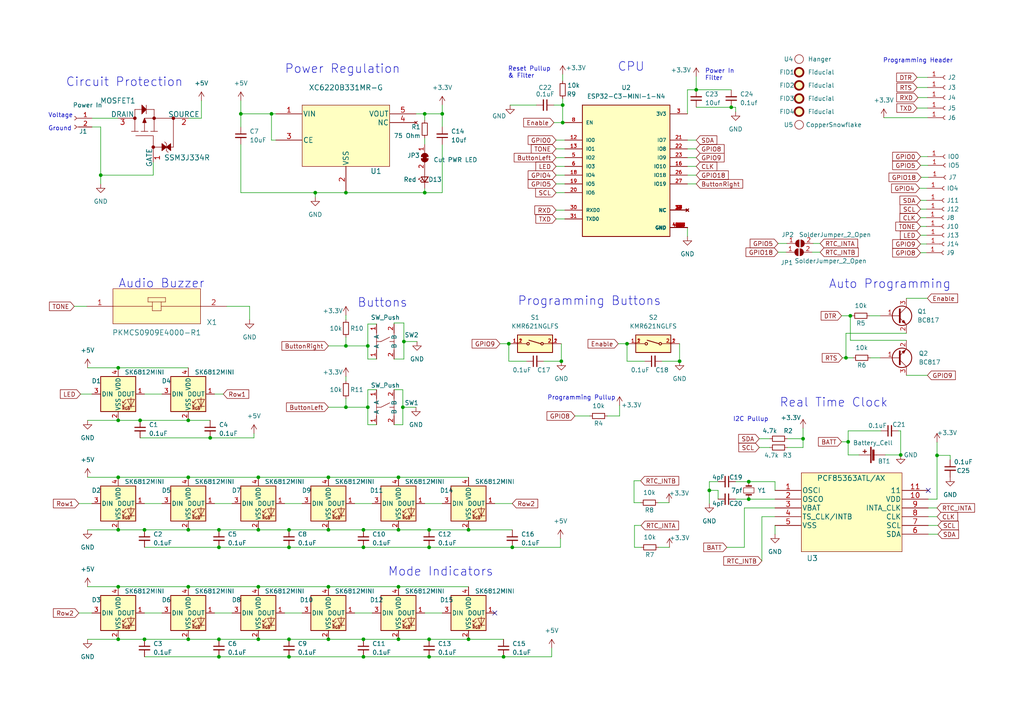
<source format=kicad_sch>
(kicad_sch (version 20211123) (generator eeschema)
  (paper "A4")
  (title_block (title "Christmas Countdown 2022") (date "2022-09-17") (rev "1.3") (company "Aaron Eiche"))
  (junction (at 40.64 121.92))
  (junction (at 205.74 142.24))
  (junction (at 54.61 170.18))
  (junction (at 105.41 153.67))
  (junction (at 95.25 153.67))
  (junction (at 246.634 91.5924))
  (junction (at 116.84 118.11))
  (junction (at 69.85 33.02))
  (junction (at 83.82 190.5))
  (junction (at 212.09 31.115))
  (junction (at 201.93 26.035))
  (junction (at 106.68 118.11))
  (junction (at 124.46 185.42))
  (junction (at 41.91 185.42))
  (junction (at 83.82 153.67))
  (junction (at 117.1448 99.06))
  (junction (at 105.41 190.5))
  (junction (at 63.5 190.5))
  (junction (at 106.68 100.33))
  (junction (at 148.59 158.75))
  (junction (at 163.195 30.48))
  (junction (at 245.364 103.7844))
  (junction (at 60.96 127))
  (junction (at 115.57 185.42))
  (junction (at 63.5 153.67))
  (junction (at 83.82 185.42))
  (junction (at 100.33 55.88))
  (junction (at 124.46 158.75))
  (junction (at 162.814 104.775))
  (junction (at 123.19 33.02))
  (junction (at 34.29 106.68))
  (junction (at 124.46 153.67))
  (junction (at 95.25 138.43))
  (junction (at 63.5 158.75))
  (junction (at 34.29 170.18))
  (junction (at 135.89 153.67))
  (junction (at 95.25 170.18))
  (junction (at 74.93 170.18))
  (junction (at 63.5 185.42))
  (junction (at 123.19 55.88))
  (junction (at 181.864 99.695))
  (junction (at 197.104 104.775))
  (junction (at 128.27 33.02))
  (junction (at 163.195 35.56))
  (junction (at 100.33 100.33))
  (junction (at 41.91 153.67))
  (junction (at 34.29 153.67))
  (junction (at 115.57 138.43))
  (junction (at 54.61 185.42))
  (junction (at 261.239 131.953))
  (junction (at 54.61 153.67))
  (junction (at 271.78 132.08))
  (junction (at 74.93 153.67))
  (junction (at 217.17 139.7))
  (junction (at 115.57 170.18))
  (junction (at 95.25 185.42))
  (junction (at 232.918 127.254))
  (junction (at 147.574 99.695))
  (junction (at 115.57 153.67))
  (junction (at 245.999 128.143))
  (junction (at 105.41 185.42))
  (junction (at 74.93 185.42))
  (junction (at 124.46 190.5))
  (junction (at 34.29 185.42))
  (junction (at 29.21 50.8))
  (junction (at 91.44 55.88))
  (junction (at 105.41 158.75))
  (junction (at 217.17 144.78))
  (junction (at 83.82 158.75))
  (junction (at 146.05 190.5))
  (junction (at 74.93 138.43))
  (junction (at 135.89 185.42))
  (junction (at 100.33 118.11))
  (junction (at 34.29 121.92))
  (junction (at 54.61 121.92))
  (junction (at 34.29 138.43))
  (junction (at 54.61 138.43))
  (junction (at 78.74 33.02))
  (no_connect (at 269.24 142.24))
  (no_connect (at 143.51 177.8))
  (wire (pts (xy 262.89 98.7044) (xy 246.634 98.7044)))
  (wire (pts (xy 161.29 45.72) (xy 163.83 45.72)))
  (wire (pts (xy 228.346 129.794) (xy 232.918 129.794)))
  (wire (pts (xy 78.74 33.02) (xy 78.74 40.64)))
  (wire (pts (xy 54.61 170.18) (xy 74.93 170.18)))
  (wire (pts (xy 114.3 93.98) (xy 114.3 93.6752)))
  (wire (pts (xy 266.7 54.61) (xy 268.7828 54.61)))
  (wire (pts (xy 80.01 40.64) (xy 78.74 40.64)))
  (wire (pts (xy 220.218 127.254) (xy 223.266 127.254)))
  (wire (pts (xy 256.794 131.953) (xy 261.239 131.953)))
  (wire (pts (xy 62.23 177.8) (xy 67.31 177.8)))
  (wire (pts (xy 160.02 190.5) (xy 160.02 187.96)))
  (wire (pts (xy 95.25 170.18) (xy 115.57 170.18)))
  (wire (pts (xy 201.93 26.035) (xy 212.09 26.035)))
  (wire (pts (xy 54.61 185.42) (xy 63.5 185.42)))
  (wire (pts (xy 128.27 41.91) (xy 128.27 55.88)))
  (wire (pts (xy 100.33 109.22) (xy 100.33 110.49)))
  (wire (pts (xy 102.87 177.8) (xy 107.95 177.8)))
  (wire (pts (xy 262.89 86.5124) (xy 268.986 86.5124)))
  (wire (pts (xy 166.751 120.65) (xy 171.069 120.65)))
  (wire (pts (xy 124.46 190.5) (xy 146.05 190.5)))
  (wire (pts (xy 54.61 34.29) (xy 58.42 34.29)))
  (wire (pts (xy 115.57 170.18) (xy 135.89 170.18)))
  (wire (pts (xy 160.655 30.48) (xy 163.195 30.48)))
  (wire (pts (xy 267.0048 47.9552) (xy 269.1384 47.9552)))
  (wire (pts (xy 123.19 40.005) (xy 123.19 41.91)))
  (wire (pts (xy 261.239 124.968) (xy 261.239 131.953)))
  (wire (pts (xy 115.57 138.43) (xy 135.89 138.43)))
  (wire (pts (xy 199.39 45.72) (xy 201.93 45.72)))
  (wire (pts (xy 106.68 118.11) (xy 106.68 123.19)))
  (wire (pts (xy 225.679 70.612) (xy 228.219 70.612)))
  (wire (pts (xy 123.19 55.88) (xy 128.27 55.88)))
  (wire (pts (xy 105.41 153.67) (xy 115.57 153.67)))
  (wire (pts (xy 245.364 96.6724) (xy 262.89 96.6724)))
  (wire (pts (xy 69.85 36.83) (xy 69.85 33.02)))
  (wire (pts (xy 147.574 104.775) (xy 152.654 104.775)))
  (wire (pts (xy 109.22 104.14) (xy 106.68 104.14)))
  (wire (pts (xy 225.679 73.152) (xy 227.965 73.152)))
  (wire (pts (xy 252.476 103.7844) (xy 255.27 103.7844)))
  (wire (pts (xy 269.24 144.78) (xy 271.78 144.78)))
  (wire (pts (xy 184.023 152.4) (xy 185.928 152.4)))
  (wire (pts (xy 146.05 190.5) (xy 160.02 190.5)))
  (wire (pts (xy 271.78 132.08) (xy 271.78 128.27)))
  (wire (pts (xy 246.634 98.7044) (xy 246.634 91.5924)))
  (wire (pts (xy 244.348 103.7844) (xy 245.364 103.7844)))
  (wire (pts (xy 115.57 185.42) (xy 124.46 185.42)))
  (wire (pts (xy 83.82 185.42) (xy 95.25 185.42)))
  (wire (pts (xy 25.4 185.42) (xy 34.29 185.42)))
  (wire (pts (xy 123.19 54.61) (xy 123.19 55.88)))
  (wire (pts (xy 116.84 113.03) (xy 114.3 113.03)))
  (wire (pts (xy 114.3 123.19) (xy 116.84 123.19)))
  (wire (pts (xy 267.0048 70.7644) (xy 268.732 70.7644)))
  (wire (pts (xy 135.89 153.67) (xy 148.59 153.67)))
  (wire (pts (xy 22.86 146.05) (xy 26.67 146.05)))
  (wire (pts (xy 54.61 153.67) (xy 63.5 153.67)))
  (wire (pts (xy 69.85 55.88) (xy 91.44 55.88)))
  (wire (pts (xy 191.008 158.75) (xy 194.183 158.75)))
  (wire (pts (xy 245.999 131.953) (xy 249.174 131.953)))
  (wire (pts (xy 69.85 29.21) (xy 69.85 33.02)))
  (wire (pts (xy 267.0048 68.2244) (xy 268.732 68.2244)))
  (wire (pts (xy 267.0048 63.1444) (xy 268.6304 63.1444)))
  (wire (pts (xy 34.29 153.67) (xy 41.91 153.67)))
  (wire (pts (xy 201.93 22.225) (xy 201.93 26.035)))
  (wire (pts (xy 163.195 35.56) (xy 163.83 35.56)))
  (wire (pts (xy 252.222 91.5924) (xy 255.27 91.5924)))
  (wire (pts (xy 41.91 185.42) (xy 54.61 185.42)))
  (wire (pts (xy 100.33 91.44) (xy 100.33 92.71)))
  (wire (pts (xy 106.68 104.14) (xy 106.68 100.33)))
  (wire (pts (xy 197.104 99.695) (xy 197.104 104.775)))
  (wire (pts (xy 78.74 33.02) (xy 80.01 33.02)))
  (wire (pts (xy 244.094 128.143) (xy 245.999 128.143)))
  (wire (pts (xy 271.78 144.78) (xy 271.78 132.08)))
  (wire (pts (xy 190.881 145.796) (xy 194.056 145.796)))
  (wire (pts (xy 41.91 177.8) (xy 46.99 177.8)))
  (wire (pts (xy 245.364 103.7844) (xy 245.364 96.6724)))
  (wire (pts (xy 128.27 30.48) (xy 128.27 33.02)))
  (wire (pts (xy 44.45 50.8) (xy 44.45 46.99)))
  (wire (pts (xy 208.28 139.7) (xy 205.74 139.7)))
  (wire (pts (xy 260.604 124.968) (xy 261.239 124.968)))
  (wire (pts (xy 145.034 99.695) (xy 147.574 99.695)))
  (wire (pts (xy 269.24 147.32) (xy 271.78 147.32)))
  (wire (pts (xy 117.1448 99.06) (xy 117.1448 104.14)))
  (wire (pts (xy 106.68 93.98) (xy 109.22 93.98)))
  (wire (pts (xy 40.64 121.92) (xy 54.61 121.92)))
  (wire (pts (xy 245.999 124.968) (xy 255.524 124.968)))
  (wire (pts (xy 161.29 48.26) (xy 163.83 48.26)))
  (wire (pts (xy 95.25 185.42) (xy 105.41 185.42)))
  (wire (pts (xy 224.79 152.4) (xy 224.79 154.94)))
  (wire (pts (xy 63.5 190.5) (xy 83.82 190.5)))
  (wire (pts (xy 213.36 144.78) (xy 217.17 144.78)))
  (wire (pts (xy 105.41 158.75) (xy 124.46 158.75)))
  (wire (pts (xy 124.46 158.75) (xy 148.59 158.75)))
  (wire (pts (xy 105.41 185.42) (xy 115.57 185.42)))
  (wire (pts (xy 224.79 142.24) (xy 224.79 139.7)))
  (wire (pts (xy 199.39 50.8) (xy 201.93 50.8)))
  (wire (pts (xy 205.74 142.24) (xy 205.74 146.05)))
  (wire (pts (xy 232.918 129.794) (xy 232.918 127.254)))
  (wire (pts (xy 41.91 146.05) (xy 46.99 146.05)))
  (wire (pts (xy 199.39 53.34) (xy 201.93 53.34)))
  (wire (pts (xy 41.91 158.75) (xy 63.5 158.75)))
  (wire (pts (xy 162.814 99.695) (xy 162.814 104.775)))
  (wire (pts (xy 205.74 142.24) (xy 208.28 142.24)))
  (wire (pts (xy 224.79 149.86) (xy 220.98 149.86)))
  (wire (pts (xy 105.41 190.5) (xy 124.46 190.5)))
  (wire (pts (xy 235.839 70.612) (xy 237.871 70.612)))
  (wire (pts (xy 114.3 104.14) (xy 117.1448 104.14)))
  (wire (pts (xy 102.87 146.05) (xy 107.95 146.05)))
  (wire (pts (xy 34.29 138.43) (xy 54.61 138.43)))
  (wire (pts (xy 181.864 99.695) (xy 181.864 104.775)))
  (wire (pts (xy 161.29 40.64) (xy 163.83 40.64)))
  (wire (pts (xy 271.78 132.08) (xy 275.59 132.08)))
  (wire (pts (xy 208.28 142.24) (xy 208.28 144.78)))
  (wire (pts (xy 199.39 26.035) (xy 199.39 33.02)))
  (wire (pts (xy 267.1572 51.435) (xy 269.24 51.435)))
  (wire (pts (xy 269.24 154.94) (xy 272.034 154.94)))
  (wire (pts (xy 267.0048 60.6552) (xy 268.732 60.6552)))
  (wire (pts (xy 74.93 185.42) (xy 83.82 185.42)))
  (wire (pts (xy 74.93 138.43) (xy 95.25 138.43)))
  (wire (pts (xy 245.999 131.953) (xy 245.999 128.143)))
  (wire (pts (xy 183.896 139.446) (xy 185.801 139.446)))
  (wire (pts (xy 72.39 88.8492) (xy 72.39 92.71)))
  (wire (pts (xy 41.91 114.3) (xy 46.99 114.3)))
  (wire (pts (xy 116.84 118.11) (xy 116.84 123.19)))
  (wire (pts (xy 245.999 128.143) (xy 245.999 124.968)))
  (wire (pts (xy 29.21 36.83) (xy 29.21 50.8)))
  (wire (pts (xy 106.68 123.19) (xy 109.22 123.19)))
  (wire (pts (xy 199.39 43.18) (xy 201.93 43.18)))
  (wire (pts (xy 220.218 129.794) (xy 223.266 129.794)))
  (wire (pts (xy 63.5 153.67) (xy 74.93 153.67)))
  (wire (pts (xy 246.634 91.5924) (xy 247.142 91.5924)))
  (wire (pts (xy 23.368 114.3) (xy 26.67 114.3)))
  (wire (pts (xy 163.195 28.575) (xy 163.195 30.48)))
  (wire (pts (xy 185.801 145.796) (xy 183.896 145.796)))
  (wire (pts (xy 29.21 50.8) (xy 29.21 53.34)))
  (wire (pts (xy 65.786 88.8492) (xy 72.39 88.8492)))
  (wire (pts (xy 205.74 139.7) (xy 205.74 142.24)))
  (wire (pts (xy 143.51 146.05) (xy 148.59 146.05)))
  (wire (pts (xy 82.55 177.8) (xy 87.63 177.8)))
  (wire (pts (xy 74.93 153.67) (xy 83.82 153.67)))
  (wire (pts (xy 34.29 121.92) (xy 40.64 121.92)))
  (wire (pts (xy 95.25 118.11) (xy 100.33 118.11)))
  (wire (pts (xy 117.1448 93.6752) (xy 117.1448 99.06)))
  (wire (pts (xy 123.19 33.02) (xy 128.27 33.02)))
  (wire (pts (xy 128.27 36.83) (xy 128.27 33.02)))
  (wire (pts (xy 262.89 108.8644) (xy 268.986 108.8644)))
  (wire (pts (xy 83.82 190.5) (xy 105.41 190.5)))
  (wire (pts (xy 213.36 139.7) (xy 217.17 139.7)))
  (wire (pts (xy 124.46 153.67) (xy 135.89 153.67)))
  (wire (pts (xy 123.19 146.05) (xy 128.27 146.05)))
  (wire (pts (xy 232.918 127.254) (xy 232.918 124.206)))
  (wire (pts (xy 117.1448 99.06) (xy 120.9548 99.06)))
  (wire (pts (xy 25.4 121.92) (xy 34.29 121.92)))
  (wire (pts (xy 217.17 144.78) (xy 224.79 144.78)))
  (wire (pts (xy 265.9888 25.3746) (xy 269.0368 25.3746)))
  (wire (pts (xy 199.39 40.64) (xy 201.93 40.64)))
  (wire (pts (xy 115.57 153.67) (xy 124.46 153.67)))
  (wire (pts (xy 54.61 121.92) (xy 60.96 121.92)))
  (wire (pts (xy 161.29 63.5) (xy 163.83 63.5)))
  (wire (pts (xy 267.0048 58.1152) (xy 268.732 58.1152)))
  (wire (pts (xy 179.324 99.695) (xy 181.864 99.695)))
  (wire (pts (xy 106.68 113.03) (xy 109.22 113.03)))
  (wire (pts (xy 106.68 118.11) (xy 106.68 113.03)))
  (wire (pts (xy 123.19 177.8) (xy 128.27 177.8)))
  (wire (pts (xy 41.91 153.67) (xy 54.61 153.67)))
  (wire (pts (xy 54.61 138.43) (xy 74.93 138.43)))
  (wire (pts (xy 181.864 104.775) (xy 186.944 104.775)))
  (wire (pts (xy 25.4 153.67) (xy 34.29 153.67)))
  (wire (pts (xy 269.24 152.4) (xy 272.034 152.4)))
  (wire (pts (xy 69.85 41.91) (xy 69.85 55.88)))
  (wire (pts (xy 228.346 127.254) (xy 232.918 127.254)))
  (wire (pts (xy 100.33 55.88) (xy 123.19 55.88)))
  (wire (pts (xy 95.25 100.33) (xy 100.33 100.33)))
  (wire (pts (xy 163.195 21.59) (xy 163.195 23.495)))
  (wire (pts (xy 100.33 97.79) (xy 100.33 100.33)))
  (wire (pts (xy 224.79 139.7) (xy 217.17 139.7)))
  (wire (pts (xy 95.25 138.43) (xy 115.57 138.43)))
  (wire (pts (xy 192.024 104.775) (xy 197.104 104.775)))
  (wire (pts (xy 199.39 48.26) (xy 201.93 48.26)))
  (wire (pts (xy 265.9888 31.3436) (xy 269.0368 31.3436)))
  (wire (pts (xy 267.0048 45.4152) (xy 269.0368 45.4152)))
  (wire (pts (xy 244.094 91.5924) (xy 246.634 91.5924)))
  (wire (pts (xy 256.3368 34.1376) (xy 269.0368 34.1376)))
  (wire (pts (xy 106.68 100.33) (xy 106.68 93.98)))
  (wire (pts (xy 40.64 127) (xy 60.96 127)))
  (wire (pts (xy 176.149 120.65) (xy 179.705 120.65)))
  (wire (pts (xy 184.023 158.75) (xy 184.023 152.4)))
  (wire (pts (xy 120.65 33.02) (xy 123.19 33.02)))
  (wire (pts (xy 235.585 73.152) (xy 237.871 73.152)))
  (wire (pts (xy 34.29 106.68) (xy 54.61 106.68)))
  (wire (pts (xy 83.82 153.67) (xy 95.25 153.67)))
  (wire (pts (xy 160.655 35.56) (xy 163.195 35.56)))
  (wire (pts (xy 265.9888 22.4536) (xy 269.0368 22.4536)))
  (wire (pts (xy 124.46 185.42) (xy 135.89 185.42)))
  (wire (pts (xy 163.195 30.48) (xy 163.195 35.56)))
  (wire (pts (xy 74.93 170.18) (xy 95.25 170.18)))
  (wire (pts (xy 266.2428 28.2956) (xy 269.0368 28.2956)))
  (wire (pts (xy 41.91 190.5) (xy 63.5 190.5)))
  (wire (pts (xy 91.44 55.88) (xy 100.33 55.88)))
  (wire (pts (xy 267.0048 65.6844) (xy 268.6812 65.6844)))
  (wire (pts (xy 83.82 158.75) (xy 105.41 158.75)))
  (wire (pts (xy 123.19 33.02) (xy 123.19 34.925)))
  (wire (pts (xy 69.85 33.02) (xy 78.74 33.02)))
  (wire (pts (xy 62.23 146.05) (xy 67.31 146.05)))
  (wire (pts (xy 147.955 30.48) (xy 155.575 30.48)))
  (wire (pts (xy 157.734 104.775) (xy 162.814 104.775)))
  (wire (pts (xy 100.33 100.33) (xy 106.68 100.33)))
  (wire (pts (xy 224.79 147.32) (xy 215.9 147.32)))
  (wire (pts (xy 210.82 158.75) (xy 215.9 158.75)))
  (wire (pts (xy 21.5392 88.8492) (xy 25.146 88.8492)))
  (wire (pts (xy 60.96 127) (xy 73.66 127)))
  (wire (pts (xy 161.29 53.34) (xy 163.83 53.34)))
  (wire (pts (xy 147.574 99.695) (xy 147.574 104.775)))
  (wire (pts (xy 201.93 31.115) (xy 212.09 31.115)))
  (wire (pts (xy 161.29 50.8) (xy 163.83 50.8)))
  (wire (pts (xy 22.86 177.8) (xy 26.67 177.8)))
  (wire (pts (xy 215.9 147.32) (xy 215.9 158.75)))
  (wire (pts (xy 245.364 103.7844) (xy 247.396 103.7844)))
  (wire (pts (xy 116.84 118.11) (xy 120.65 118.11)))
  (wire (pts (xy 100.33 118.11) (xy 106.68 118.11)))
  (wire (pts (xy 213.36 31.115) (xy 213.36 32.385)))
  (wire (pts (xy 58.42 29.21) (xy 58.42 34.29)))
  (wire (pts (xy 25.4 170.18) (xy 34.29 170.18)))
  (wire (pts (xy 135.89 185.42) (xy 146.05 185.42)))
  (wire (pts (xy 95.25 153.67) (xy 105.41 153.67)))
  (wire (pts (xy 161.29 55.88) (xy 163.83 55.88)))
  (wire (pts (xy 185.928 158.75) (xy 184.023 158.75)))
  (wire (pts (xy 183.896 145.796) (xy 183.896 139.446)))
  (wire (pts (xy 199.39 26.035) (xy 201.93 26.035)))
  (wire (pts (xy 116.84 113.03) (xy 116.84 118.11)))
  (wire (pts (xy 114.3 93.6752) (xy 117.1448 93.6752)))
  (wire (pts (xy 62.23 114.3) (xy 64.77 114.3)))
  (wire (pts (xy 26.67 34.29) (xy 34.29 34.29)))
  (wire (pts (xy 73.66 127) (xy 73.66 125.73)))
  (wire (pts (xy 91.44 55.88) (xy 91.44 57.15)))
  (wire (pts (xy 34.29 185.42) (xy 41.91 185.42)))
  (wire (pts (xy 25.4 138.43) (xy 34.29 138.43)))
  (wire (pts (xy 267.0048 73.3044) (xy 268.6304 73.3044)))
  (wire (pts (xy 63.5 158.75) (xy 83.82 158.75)))
  (wire (pts (xy 161.29 60.96) (xy 163.83 60.96)))
  (wire (pts (xy 179.705 120.65) (xy 179.705 117.602)))
  (wire (pts (xy 34.29 170.18) (xy 54.61 170.18)))
  (wire (pts (xy 100.33 118.11) (xy 100.33 115.57)))
  (wire (pts (xy 148.59 158.75) (xy 162.56 158.75)))
  (wire (pts (xy 269.24 149.86) (xy 271.78 149.86)))
  (wire (pts (xy 220.98 149.86) (xy 220.98 162.687)))
  (wire (pts (xy 161.29 43.18) (xy 163.83 43.18)))
  (wire (pts (xy 26.67 36.83) (xy 29.21 36.83)))
  (wire (pts (xy 25.4 106.68) (xy 34.29 106.68)))
  (wire (pts (xy 275.59 132.08) (xy 275.59 133.35)))
  (wire (pts (xy 162.56 158.75) (xy 162.56 156.21)))
  (wire (pts (xy 63.5 185.42) (xy 74.93 185.42)))
  (wire (pts (xy 212.09 31.115) (xy 213.36 31.115)))
  (wire (pts (xy 29.21 50.8) (xy 44.45 50.8)))
  (wire (pts (xy 199.39 66.04) (xy 199.39 68.58)))
  (wire (pts (xy 82.55 146.05) (xy 87.63 146.05)))
  (text "Auto Programming" (at 240.3348 83.9724 0) (effects (font (size 2.54 2.54)) (justify left bottom)))
  (text "Circuit Protection\n" (at 19.05 25.4 0) (effects (font (size 2.54 2.54)) (justify left bottom)))
  (text "Power Regulation" (at 82.55 21.59 0) (effects (font (size 2.54 2.54)) (justify left bottom)))
  (text "CPU" (at 179.07 20.955 0) (effects (font (size 2.54 2.54)) (justify left bottom)))
  (text "Programming Header" (at 256.0828 18.3896 0) (effects (font (size 1.27 1.27)) (justify left bottom)))
  (text "Real Time Clock" (at 226.06 118.364 0) (effects (font (size 2.54 2.54)) (justify left bottom)))
  (text "Programming Pullup" (at 158.75 116.205 0) (effects (font (size 1.27 1.27)) (justify left bottom)))
  (text "Mode Indicators" (at 112.4712 167.386 0) (effects (font (size 2.54 2.54)) (justify left bottom)))
  (text "Audio Buzzer" (at 34.29 83.82 0) (effects (font (size 2.54 2.54)) (justify left bottom)))
  (text "I2C Pullup" (at 212.598 122.428 0) (effects (font (size 1.27 1.27)) (justify left bottom)))
  (text "Buttons" (at 103.632 89.408 0) (effects (font (size 2.54 2.54)) (justify left bottom)))
  (text "Voltage" (at 13.97 34.29 0) (effects (font (size 1.27 1.27)) (justify left bottom)))
  (text "Power In \nFilter\n" (at 204.47 23.495 0) (effects (font (size 1.27 1.27)) (justify left bottom)))
  (text "Ground" (at 13.97 38.1 0) (effects (font (size 1.27 1.27)) (justify left bottom)))
  (text "Programming Buttons" (at 150.114 88.9 0) (effects (font (size 2.54 2.54)) (justify left bottom)))
  (text "Reset Pullup \n& Filter" (at 147.32 22.86 0) (effects (font (size 1.27 1.27)) (justify left bottom)))
  (global_label "RTC_INTB" (shape input) (at 220.98 162.687 180) (property "Intersheet References" "${INTERSHEET_REFS}" (effects hide)))
  (global_label "Row2" (shape input) (at 148.59 146.05 0) (property "Intersheet References" "${INTERSHEET_REFS}" (effects hide)))
  (global_label "SCL" (shape input) (at 220.218 129.794 180) (property "Intersheet References" "${INTERSHEET_REFS}" (effects hide)))
  (global_label "RTC_INTB" (shape input) (at 185.801 139.446 0) (property "Intersheet References" "${INTERSHEET_REFS}" (effects hide)))
  (global_label "SDA" (shape input) (at 267.0048 58.1152 180) (property "Intersheet References" "${INTERSHEET_REFS}" (effects hide)))
  (global_label "RXD" (shape input) (at 266.2428 28.2956 180) (property "Intersheet References" "${INTERSHEET_REFS}" (effects hide)))
  (global_label "GPIO4" (shape input) (at 266.7 54.61 180) (property "Intersheet References" "${INTERSHEET_REFS}" (effects hide)))
  (global_label "DTR" (shape input) (at 265.9888 22.4536 180) (property "Intersheet References" "${INTERSHEET_REFS}" (effects hide)))
  (global_label "Row1" (shape input) (at 64.77 114.3 0) (property "Intersheet References" "${INTERSHEET_REFS}" (effects hide)))
  (global_label "SCL" (shape input) (at 161.29 55.88 180) (property "Intersheet References" "${INTERSHEET_REFS}" (effects hide)))
  (global_label "SDA" (shape input) (at 201.93 40.64 0) (property "Intersheet References" "${INTERSHEET_REFS}" (effects hide)))
  (global_label "GPIO9" (shape input) (at 201.93 45.72 0) (property "Intersheet References" "${INTERSHEET_REFS}" (effects hide)))
  (global_label "SDA" (shape input) (at 272.034 154.94 0) (property "Intersheet References" "${INTERSHEET_REFS}" (effects hide)))
  (global_label "LED" (shape input) (at 23.368 114.3 180) (property "Intersheet References" "${INTERSHEET_REFS}" (effects hide)))
  (global_label "LED" (shape input) (at 161.29 48.26 180) (property "Intersheet References" "${INTERSHEET_REFS}" (effects hide)))
  (global_label "SCL" (shape input) (at 272.034 152.4 0) (property "Intersheet References" "${INTERSHEET_REFS}" (effects hide)))
  (global_label "RTS" (shape input) (at 244.348 103.7844 180) (property "Intersheet References" "${INTERSHEET_REFS}" (effects hide)))
  (global_label "GPIO9" (shape input) (at 145.034 99.695 180) (property "Intersheet References" "${INTERSHEET_REFS}" (effects hide)))
  (global_label "GPIO4" (shape input) (at 161.29 50.8 180) (property "Intersheet References" "${INTERSHEET_REFS}" (effects hide)))
  (global_label "ButtonLeft" (shape input) (at 161.29 45.72 180) (property "Intersheet References" "${INTERSHEET_REFS}" (effects hide)))
  (global_label "ButtonLeft" (shape input) (at 95.25 118.11 180) (property "Intersheet References" "${INTERSHEET_REFS}" (effects hide)))
  (global_label "GPIO18" (shape input) (at 201.93 50.8 0) (property "Intersheet References" "${INTERSHEET_REFS}" (effects hide)))
  (global_label "TONE" (shape input) (at 267.0048 65.6844 180) (property "Intersheet References" "${INTERSHEET_REFS}" (effects hide)))
  (global_label "TONE" (shape input) (at 21.5392 88.8492 180) (property "Intersheet References" "${INTERSHEET_REFS}" (effects hide)))
  (global_label "CLK" (shape input) (at 267.0048 63.1444 180) (property "Intersheet References" "${INTERSHEET_REFS}" (effects hide)))
  (global_label "ButtonRight" (shape input) (at 201.93 53.34 0) (property "Intersheet References" "${INTERSHEET_REFS}" (effects hide)))
  (global_label "GPIO18" (shape input) (at 225.679 73.152 180) (property "Intersheet References" "${INTERSHEET_REFS}" (effects hide)))
  (global_label "RXD" (shape input) (at 161.29 60.96 180) (property "Intersheet References" "${INTERSHEET_REFS}" (effects hide)))
  (global_label "Enable" (shape input) (at 268.986 86.5124 0) (property "Intersheet References" "${INTERSHEET_REFS}" (effects hide)))
  (global_label "BATT" (shape input) (at 244.094 128.143 180) (property "Intersheet References" "${INTERSHEET_REFS}" (effects hide)))
  (global_label "GPIO9" (shape input) (at 268.986 108.8644 0) (property "Intersheet References" "${INTERSHEET_REFS}" (effects hide)))
  (global_label "TXD" (shape input) (at 161.29 63.5 180) (property "Intersheet References" "${INTERSHEET_REFS}" (effects hide)))
  (global_label "DTR" (shape input) (at 244.094 91.5924 180) (property "Intersheet References" "${INTERSHEET_REFS}" (effects hide)))
  (global_label "CLK" (shape input) (at 271.78 149.86 0) (property "Intersheet References" "${INTERSHEET_REFS}" (effects hide)))
  (global_label "SCL" (shape input) (at 267.0048 60.6552 180) (property "Intersheet References" "${INTERSHEET_REFS}" (effects hide)))
  (global_label "GPIO8" (shape input) (at 267.0048 73.3044 180) (property "Intersheet References" "${INTERSHEET_REFS}" (effects hide)))
  (global_label "ButtonRight" (shape input) (at 95.25 100.33 180) (property "Intersheet References" "${INTERSHEET_REFS}" (effects hide)))
  (global_label "RTC_INTA" (shape input) (at 271.78 147.32 0) (property "Intersheet References" "${INTERSHEET_REFS}" (effects hide)))
  (global_label "RTC_INTA" (shape input) (at 237.871 70.612 0) (property "Intersheet References" "${INTERSHEET_REFS}" (effects hide)))
  (global_label "GPIO5" (shape input) (at 225.679 70.612 180) (property "Intersheet References" "${INTERSHEET_REFS}" (effects hide)))
  (global_label "GPIO8" (shape input) (at 166.751 120.65 180) (property "Intersheet References" "${INTERSHEET_REFS}" (effects hide)))
  (global_label "Enable" (shape input) (at 160.655 35.56 180) (property "Intersheet References" "${INTERSHEET_REFS}" (effects hide)))
  (global_label "SDA" (shape input) (at 220.218 127.254 180) (property "Intersheet References" "${INTERSHEET_REFS}" (effects hide)))
  (global_label "TONE" (shape input) (at 161.29 43.18 180) (property "Intersheet References" "${INTERSHEET_REFS}" (effects hide)))
  (global_label "Row2" (shape input) (at 22.86 177.8 180) (property "Intersheet References" "${INTERSHEET_REFS}" (effects hide)))
  (global_label "RTC_INTA" (shape input) (at 185.928 152.4 0) (property "Intersheet References" "${INTERSHEET_REFS}" (effects hide)))
  (global_label "GPIO9" (shape input) (at 267.0048 70.7644 180) (property "Intersheet References" "${INTERSHEET_REFS}" (effects hide)))
  (global_label "GPIO18" (shape input) (at 267.1572 51.435 180) (property "Intersheet References" "${INTERSHEET_REFS}" (effects hide)))
  (global_label "GPIO5" (shape input) (at 267.0048 47.9552 180) (property "Intersheet References" "${INTERSHEET_REFS}" (effects hide)))
  (global_label "Enable" (shape input) (at 179.324 99.695 180) (property "Intersheet References" "${INTERSHEET_REFS}" (effects hide)))
  (global_label "BATT" (shape input) (at 210.82 158.75 180) (property "Intersheet References" "${INTERSHEET_REFS}" (effects hide)))
  (global_label "GPIO8" (shape input) (at 201.93 43.18 0) (property "Intersheet References" "${INTERSHEET_REFS}" (effects hide)))
  (global_label "GPIO5" (shape input) (at 161.29 53.34 180) (property "Intersheet References" "${INTERSHEET_REFS}" (effects hide)))
  (global_label "Row1" (shape input) (at 22.86 146.05 180) (property "Intersheet References" "${INTERSHEET_REFS}" (effects hide)))
  (global_label "LED" (shape input) (at 267.0048 68.2244 180) (property "Intersheet References" "${INTERSHEET_REFS}" (effects hide)))
  (global_label "GPIO0" (shape input) (at 267.0048 45.4152 180) (property "Intersheet References" "${INTERSHEET_REFS}" (effects hide)))
  (global_label "RTS" (shape input) (at 265.9888 25.3746 180) (property "Intersheet References" "${INTERSHEET_REFS}" (effects hide)))
  (global_label "CLK" (shape input) (at 201.93 48.26 0) (property "Intersheet References" "${INTERSHEET_REFS}" (effects hide)))
  (global_label "TXD" (shape input) (at 265.9888 31.3436 180) (property "Intersheet References" "${INTERSHEET_REFS}" (effects hide)))
  (global_label "GPIO0" (shape input) (at 161.29 40.64 180) (property "Intersheet References" "${INTERSHEET_REFS}" (effects hide)))
  (global_label "RTC_INTB" (shape input) (at 237.871 73.152 0) (property "Intersheet References" "${INTERSHEET_REFS}" (effects hide)))
  (symbol (lib_id "LED:SK6812MINI") (at 54.61 177.8 0) (unit 1)
    (property "Reference" "D6" (at 48.26 173.99 0))
    (property "Value" "SK6812MINI" (at 62.23 171.45 0))
    (property "Footprint" "LED_SMD:LED_SK6812MINI_PLCC4_3.5x3.5mm_P1.75mm" (effects hide))
    (property "Datasheet" "https://cdn-shop.adafruit.com/product-files/2686/SK6812MINI_REV.01-1-2.pdf" (effects hide))
  )
  (symbol (lib_id "power:+3.3V") (at 201.93 22.225 0) (unit 1)
    (property "Reference" "#PWR022" (effects hide))
    (property "Value" "+3.3V" (at 197.485 20.32 0))
  )
  (symbol (lib_id "Connector:Conn_01x01_Female") (at 273.7104 63.1444 0) (unit 1) (in_bom no)
    (property "Reference" "J8" (at 274.4724 63.1444 0) (effects (justify left)))
    (property "Value" "CLK" (effects hide))
    (property "Footprint" "Connector_PinSocket_2.54mm:PinSocket_1x01_P2.54mm_Vertical" (effects hide))
  )
  (symbol (lib_id "power:+3.3V") (at 100.33 109.22 0) (unit 1)
    (property "Reference" "#PWR031" (effects hide))
    (property "Value" "+3.3V" (at 96.52 107.95 0))
  )
  (symbol (lib_id "Device:C_Small") (at 105.41 156.21 0) (unit 1)
    (property "Reference" "C10" (at 107.95 154.9462 0) (effects (justify left)))
    (property "Value" "0.1uF" (at 107.95 157.4862 0) (effects (justify left)))
    (property "Footprint" "Capacitor_SMD:C_0805_2012Metric" (effects hide))
  )
  (symbol (lib_id "LED:SK6812MINI") (at 95.25 146.05 0) (unit 1)
    (property "Reference" "D9" (at 88.9 142.24 0))
    (property "Value" "SK6812MINI" (at 102.87 139.7 0))
    (property "Footprint" "LED_SMD:LED_SK6812MINI_PLCC4_3.5x3.5mm_P1.75mm" (effects hide))
    (property "Datasheet" "https://cdn-shop.adafruit.com/product-files/2686/SK6812MINI_REV.01-1-2.pdf" (effects hide))
  )
  (symbol (lib_id "power:+5V") (at 160.02 187.96 0) (unit 1)
    (property "Reference" "#PWR015" (effects hide))
    (property "Value" "+5V" (at 160.02 182.88 0))
  )
  (symbol (lib_id "Device:Battery_Cell") (at 254.254 131.953 90) (unit 1)
    (property "Reference" "BT1" (at 256.4384 133.7818 90))
    (property "Value" "Battery_Cell" (at 253.1872 128.4478 90))
    (property "Footprint" "Battery:BatteryHolder_LINX_BAT-HLD-012-SMT" (effects hide))
  )
  (symbol (lib_id "Device:C_Small") (at 275.59 135.89 0) (unit 1)
    (property "Reference" "C25" (at 279.4 136.525 0))
    (property "Value" "0.1uF" (at 279.4 133.985 0))
    (property "Footprint" "Capacitor_SMD:C_0805_2012Metric" (effects hide))
  )
  (symbol (lib_id "power:GND") (at 120.65 118.11 0) (unit 1)
    (property "Reference" "#PWR028" (effects hide))
    (property "Value" "GND" (at 120.65 123.19 0))
  )
  (symbol (lib_id "Connector:Conn_01x01_Female") (at 273.812 68.2244 0) (unit 1) (in_bom no)
    (property "Reference" "J13" (at 274.574 68.2244 0) (effects (justify left)))
    (property "Value" "LED" (effects hide))
    (property "Footprint" "Connector_PinSocket_2.54mm:PinSocket_1x01_P2.54mm_Vertical" (effects hide))
  )
  (symbol (lib_id "LED:SK6812MINI") (at 74.93 177.8 0) (unit 1)
    (property "Reference" "D8" (at 68.58 173.99 0))
    (property "Value" "SK6812MINI" (at 82.55 171.45 0))
    (property "Footprint" "LED_SMD:LED_SK6812MINI_PLCC4_3.5x3.5mm_P1.75mm" (effects hide))
    (property "Datasheet" "https://cdn-shop.adafruit.com/product-files/2686/SK6812MINI_REV.01-1-2.pdf" (effects hide))
  )
  (symbol (lib_id "power:GND") (at 197.104 104.775 0) (unit 1)
    (property "Reference" "#PWR0103" (effects hide))
    (property "Value" "GND" (at 197.104 109.855 0))
  )
  (symbol (lib_id "power:GND") (at 91.44 57.15 0) (unit 1)
    (property "Reference" "#PWR011" (effects hide))
    (property "Value" "GND" (at 91.44 62.23 0))
  )
  (symbol (lib_id "Device:R_Small") (at 100.33 113.03 0) (unit 1)
    (property "Reference" "R11" (at 103.505 113.03 0))
    (property "Value" "10k" (at 97.409 113.03 0))
    (property "Footprint" "Resistor_SMD:R_0805_2012Metric" (effects hide))
  )
  (symbol (lib_id "Connector:Conn_01x01_Female") (at 274.1168 45.4152 0) (unit 1) (in_bom no)
    (property "Reference" "IO0" (at 274.8788 45.4152 0) (effects (justify left)))
    (property "Value" "IO0" (effects hide))
    (property "Footprint" "TestPoint:TestPoint_Pad_D2.0mm" (effects hide))
  )
  (symbol (lib_id "power:GND") (at 72.39 92.71 0) (unit 1)
    (property "Reference" "#PWR017" (effects hide))
    (property "Value" "GND" (at 72.39 97.79 0))
  )
  (symbol (lib_id "Connector:Conn_01x01_Female") (at 273.8628 54.61 0) (unit 1) (in_bom no)
    (property "Reference" "IO4" (at 274.6248 54.61 0) (effects (justify left)))
    (property "Value" "IO4" (effects hide))
    (property "Footprint" "TestPoint:TestPoint_Pad_D2.0mm" (effects hide))
  )
  (symbol (lib_id "power:+5V") (at 69.85 29.21 0) (unit 1)
    (property "Reference" "#PWR09" (effects hide))
    (property "Value" "+5V" (at 69.85 24.13 0))
  )
  (symbol (lib_id "power:+5V") (at 162.56 156.21 0) (unit 1)
    (property "Reference" "#PWR016" (effects hide))
    (property "Value" "+5V" (at 162.56 151.13 0))
  )
  (symbol (lib_id "ChristmasCountdownParts:XC6220B331MR-G") (at 100.33 38.1 0) (unit 1)
    (property "Reference" "U1" (at 109.0676 49.6316 0) (effects (font (size 1.524 1.524))))
    (property "Value" "XC6220B331MR-G" (at 100.33 25.4 0) (effects (font (size 1.524 1.524))))
    (property "Footprint" "ChristmasCountdownFootprints:XC6220B331MR-G" (effects hide))
    (property "Datasheet" "https://media.digikey.com/pdf/Data%20Sheets/Torex/XC6220.pdf" (effects hide))
  )
  (symbol (lib_id "Device:C_Small") (at 155.194 104.775 90) (unit 1)
    (property "Reference" "C17" (at 157.734 107.315 90))
    (property "Value" "0.1uF" (at 151.384 107.315 90))
    (property "Footprint" "Capacitor_SMD:C_0805_2012Metric" (effects hide))
  )
  (symbol (lib_id "Device:C_Small") (at 124.46 187.96 0) (unit 1)
    (property "Reference" "C13" (at 127 186.6962 0) (effects (justify left)))
    (property "Value" "0.1uF" (at 127 189.2362 0) (effects (justify left)))
    (property "Footprint" "Capacitor_SMD:C_0805_2012Metric" (effects hide))
  )
  (symbol (lib_id "Mechanical:Fiducial") (at 231.775 28.575 0) (unit 1) (in_bom no)
    (property "Reference" "FID3" (at 226.06 28.575 0) (effects (justify left)))
    (property "Value" "Fiducial" (at 234.315 28.575 0) (effects (justify left)))
    (property "Footprint" "Fiducial:Fiducial_0.5mm_Mask1mm" (effects hide))
  )
  (symbol (lib_id "Device:C_Small") (at 41.91 156.21 0) (unit 1)
    (property "Reference" "C2" (at 44.45 154.9462 0) (effects (justify left)))
    (property "Value" "0.1uF" (at 44.45 157.4862 0) (effects (justify left)))
    (property "Footprint" "Capacitor_SMD:C_0805_2012Metric" (effects hide))
  )
  (symbol (lib_id "Connector:Conn_01x01_Female") (at 274.2184 47.9552 0) (unit 1) (in_bom no)
    (property "Reference" "IO5" (at 274.9804 47.9552 0) (effects (justify left)))
    (property "Value" "IO5" (effects hide))
    (property "Footprint" "TestPoint:TestPoint_Pad_D2.0mm" (effects hide))
  )
  (symbol (lib_id "power:+3.3V") (at 179.705 117.602 0) (unit 1)
    (property "Reference" "#PWR019" (effects hide))
    (property "Value" "+3.3V" (at 183.134 117.475 0))
  )
  (symbol (lib_id "Device:C_Small") (at 124.46 156.21 0) (unit 1)
    (property "Reference" "C12" (at 127 154.9462 0) (effects (justify left)))
    (property "Value" "0.1uF" (at 127 157.4862 0) (effects (justify left)))
    (property "Footprint" "Capacitor_SMD:C_0805_2012Metric" (effects hide))
  )
  (symbol (lib_id "Mechanical:Fiducial") (at 231.775 32.385 0) (unit 1) (in_bom no)
    (property "Reference" "FID4" (at 226.06 32.385 0) (effects (justify left)))
    (property "Value" "Fiducial" (at 234.315 32.385 0) (effects (justify left)))
    (property "Footprint" "Fiducial:Fiducial_0.5mm_Mask1mm" (effects hide))
  )
  (symbol (lib_id "Device:C_Small") (at 40.64 124.46 0) (unit 1)
    (property "Reference" "C1" (at 43.18 123.1962 0) (effects (justify left)))
    (property "Value" "0.1uF" (at 43.18 125.7362 0) (effects (justify left)))
    (property "Footprint" "Capacitor_SMD:C_0805_2012Metric" (effects hide))
  )
  (symbol (lib_id "power:+3.3V") (at 271.78 128.27 0) (unit 1)
    (property "Reference" "#PWR025" (effects hide))
    (property "Value" "+3.3V" (at 274.6756 125.5268 0))
  )
  (symbol (lib_id "LED:SK6812MINI") (at 34.29 177.8 0) (unit 1)
    (property "Reference" "D3" (at 27.94 173.99 0))
    (property "Value" "SK6812MINI" (at 41.91 171.45 0))
    (property "Footprint" "LED_SMD:LED_SK6812MINI_PLCC4_3.5x3.5mm_P1.75mm" (effects hide))
    (property "Datasheet" "https://cdn-shop.adafruit.com/product-files/2686/SK6812MINI_REV.01-1-2.pdf" (effects hide))
  )
  (symbol (lib_id "Connector:Conn_01x01_Female") (at 274.1168 25.3746 0) (unit 1) (in_bom no)
    (property "Reference" "J3" (at 274.8788 25.3746 0) (effects (justify left)))
    (property "Value" "Conn_01x01_Female" (effects hide))
    (property "Footprint" "Connector_PinSocket_2.54mm:PinSocket_1x01_P2.54mm_Vertical" (effects hide))
  )
  (symbol (lib_id "Device:C_Small") (at 41.91 187.96 0) (unit 1)
    (property "Reference" "C3" (at 44.45 186.6962 0) (effects (justify left)))
    (property "Value" "0.1uF" (at 44.45 189.2362 0) (effects (justify left)))
    (property "Footprint" "Capacitor_SMD:C_0805_2012Metric" (effects hide))
  )
  (symbol (lib_id "Device:C_Small") (at 83.82 156.21 0) (unit 1)
    (property "Reference" "C8" (at 86.36 154.9462 0) (effects (justify left)))
    (property "Value" "0.1uF" (at 86.36 157.4862 0) (effects (justify left)))
    (property "Footprint" "Capacitor_SMD:C_0805_2012Metric" (effects hide))
  )
  (symbol (lib_id "power:+3.3V") (at 163.195 21.59 0) (unit 1)
    (property "Reference" "#PWR0102" (effects hide))
    (property "Value" "+3.3V" (at 167.005 19.685 0))
  )
  (symbol (lib_id "ChristmasCountdownParts:KMR621NGLFS") (at 155.194 99.695 0) (unit 1)
    (property "Reference" "S1" (at 155.194 92.075 0))
    (property "Value" "KMR621NGLFS" (at 155.194 94.615 0))
    (property "Footprint" "ChristmasCountdownFootprints:SW_KMR621NGLFS" (effects hide))
    (property "MAXIMUM_PACKAGE_HEIGHT" "1.9mm" (effects hide))
    (property "PARTREV" "N/A" (effects hide))
    (property "MANUFACTURER" "C&K SWITCHES" (effects hide))
    (property "STANDARD" "Manufacturer Recommendations" (effects hide))
  )
  (symbol (lib_id "Device:C_Small") (at 210.82 144.78 270) (unit 1)
    (property "Reference" "C20" (at 213.4362 146.05 90))
    (property "Value" "4pF" (at 208.3562 146.05 90))
    (property "Footprint" "Resistor_SMD:R_0805_2012Metric" (effects hide))
  )
  (symbol (lib_id "Jumper:SolderJumper_2_Open") (at 231.775 73.152 0) (unit 1) (in_bom no)
    (property "Reference" "JP1" (at 228.219 76.2 0))
    (property "Value" "SolderJumper_2_Open" (at 240.919 75.692 0))
    (property "Footprint" "Jumper:SolderJumper-2_P1.3mm_Open_RoundedPad1.0x1.5mm" (effects hide))
  )
  (symbol (lib_id "power:GND") (at 29.21 53.34 0) (unit 1)
    (property "Reference" "#PWR07" (effects hide))
    (property "Value" "GND" (at 29.21 58.42 0))
  )
  (symbol (lib_id "Connector:Conn_01x01_Female") (at 274.1168 22.4536 0) (unit 1) (in_bom no)
    (property "Reference" "J2" (at 274.8788 22.4536 0) (effects (justify left)))
    (property "Value" "Conn_01x01_Female" (effects hide))
    (property "Footprint" "Connector_PinSocket_2.54mm:PinSocket_1x01_P2.54mm_Vertical" (effects hide))
  )
  (symbol (lib_id "power:GND") (at 213.36 32.385 0) (unit 1)
    (property "Reference" "#PWR033" (effects hide))
    (property "Value" "GND" (at 213.36 37.465 0))
  )
  (symbol (lib_id "ChristmasCountdownParts:SSM3J334R") (at 36.83 44.45 90) (unit 1)
    (property "Reference" "MOSFET1" (at 39.37 29.21 90) (effects (font (size 1.524 1.524)) (justify left)))
    (property "Value" "SSM3J334R" (at 60.96 45.72 90) (effects (font (size 1.524 1.524)) (justify left)))
    (property "Footprint" "ChristmasCountdownFootprints:SSM3J334R" (effects hide))
  )
  (symbol (lib_id "LED:SK6812MINI") (at 135.89 146.05 0) (unit 1)
    (property "Reference" "D14" (at 129.54 142.24 0))
    (property "Value" "SK6812MINI" (at 143.51 139.7 0))
    (property "Footprint" "LED_SMD:LED_SK6812MINI_PLCC4_3.5x3.5mm_P1.75mm" (effects hide))
    (property "Datasheet" "https://cdn-shop.adafruit.com/product-files/2686/SK6812MINI_REV.01-1-2.pdf" (effects hide))
  )
  (symbol (lib_id "ChristmasCountdownParts:Hanger") (at 231.775 17.145 0) (unit 1) (in_bom no)
    (property "Reference" "U4" (at 227.33 17.145 0) (effects (justify left)))
    (property "Value" "Hanger" (at 234.315 17.145 0) (effects (justify left)))
    (property "Footprint" "ChristmasCountdownFootprints:Hanger" (effects hide))
    (property "Note" "This is a non-electrical part" (effects hide))
  )
  (symbol (lib_id "Connector:Conn_01x01_Female") (at 273.812 60.6552 0) (unit 1) (in_bom no)
    (property "Reference" "J12" (at 274.574 60.6552 0) (effects (justify left)))
    (property "Value" "SCL" (effects hide))
    (property "Footprint" "TestPoint:TestPoint_Pad_D2.0mm" (effects hide))
  )
  (symbol (lib_id "power:GND") (at 224.79 154.94 0) (unit 1)
    (property "Reference" "#PWR026" (effects hide))
    (property "Value" "GND" (at 224.79 160.02 0))
  )
  (symbol (lib_id "power:GND") (at 162.814 104.775 0) (unit 1)
    (property "Reference" "#PWR018" (effects hide))
    (property "Value" "GND" (at 162.814 109.855 0))
  )
  (symbol (lib_id "power:+5V") (at 25.4 138.43 0) (unit 1)
    (property "Reference" "#PWR03" (effects hide))
    (property "Value" "+5V" (at 25.4 133.35 0))
  )
  (symbol (lib_id "Device:C_Small") (at 158.115 30.48 270) (unit 1)
    (property "Reference" "C22" (at 158.115 25.4 90))
    (property "Value" "0.1uF" (at 158.115 27.305 90))
    (property "Footprint" "Capacitor_SMD:C_0805_2012Metric" (effects hide))
  )
  (symbol (lib_id "LED:SK6812MINI") (at 54.61 146.05 0) (unit 1)
    (property "Reference" "D5" (at 48.26 142.24 0))
    (property "Value" "SK6812MINI" (at 62.23 139.7 0))
    (property "Footprint" "LED_SMD:LED_SK6812MINI_PLCC4_3.5x3.5mm_P1.75mm" (effects hide))
    (property "Datasheet" "https://cdn-shop.adafruit.com/product-files/2686/SK6812MINI_REV.01-1-2.pdf" (effects hide))
  )
  (symbol (lib_id "Connector:Conn_01x02_Female") (at 21.59 34.29 0) (mirror y) (unit 1) (in_bom no)
    (property "Reference" "J1" (at 24.13 38.1 0))
    (property "Value" "Power In" (at 25.4 30.48 0))
    (property "Footprint" "ChristmasCountdownFootprints:Hand_solderable_1x2" (effects hide))
  )
  (symbol (lib_id "Device:C_Small") (at 63.5 156.21 0) (unit 1)
    (property "Reference" "C5" (at 66.04 154.9462 0) (effects (justify left)))
    (property "Value" "0.1uF" (at 66.04 157.4862 0) (effects (justify left)))
    (property "Footprint" "Capacitor_SMD:C_0805_2012Metric" (effects hide))
  )
  (symbol (lib_id "Transistor_BJT:BC817") (at 260.35 91.5924 0) (unit 1)
    (property "Reference" "Q1" (at 266.065 90.3223 0) (effects (justify left)))
    (property "Value" "BC817" (at 266.065 92.8623 0) (effects (justify left)))
    (property "Footprint" "Package_TO_SOT_SMD:SOT-23" (effects hide))
    (property "Datasheet" "https://www.mccsemi.com/pdf/Products/BC817-16~BC817-40(SOT-23).pdf" (effects hide))
  )
  (symbol (lib_id "Connector:Conn_01x01_Female") (at 274.32 51.435 0) (unit 1) (in_bom no)
    (property "Reference" "J7" (at 275.082 51.435 0) (effects (justify left)))
    (property "Value" "IO18" (effects hide))
    (property "Footprint" "TestPoint:TestPoint_Pad_D2.0mm" (effects hide))
  )
  (symbol (lib_id "power:+3.3V") (at 194.056 145.796 0) (unit 1)
    (property "Reference" "#PWR013" (effects hide))
    (property "Value" "+3.3V" (at 196.9516 143.0528 0))
  )
  (symbol (lib_id "Transistor_BJT:BC817") (at 260.35 103.7844 0) (mirror x) (unit 1)
    (property "Reference" "Q2" (at 266.446 102.5143 0) (effects (justify left)))
    (property "Value" "BC817" (at 266.446 105.0543 0) (effects (justify left)))
    (property "Footprint" "Package_TO_SOT_SMD:SOT-23" (effects hide))
    (property "Datasheet" "https://www.mccsemi.com/pdf/Products/BC817-16~BC817-40(SOT-23).pdf" (effects hide))
  )
  (symbol (lib_id "LED:SK6812MINI") (at 115.57 146.05 0) (unit 1)
    (property "Reference" "D11" (at 109.22 142.24 0))
    (property "Value" "SK6812MINI" (at 123.19 139.7 0))
    (property "Footprint" "LED_SMD:LED_SK6812MINI_PLCC4_3.5x3.5mm_P1.75mm" (effects hide))
    (property "Datasheet" "https://cdn-shop.adafruit.com/product-files/2686/SK6812MINI_REV.01-1-2.pdf" (effects hide))
  )
  (symbol (lib_id "Device:C_Small") (at 105.41 187.96 0) (unit 1)
    (property "Reference" "C11" (at 107.95 186.6962 0) (effects (justify left)))
    (property "Value" "0.1uF" (at 107.95 189.2362 0) (effects (justify left)))
    (property "Footprint" "Capacitor_SMD:C_0805_2012Metric" (effects hide))
  )
  (symbol (lib_id "power:+3.3V") (at 100.33 91.44 0) (unit 1)
    (property "Reference" "#PWR024" (effects hide))
    (property "Value" "+3.3V" (at 96.52 90.17 0))
  )
  (symbol (lib_id "Jumper:SolderJumper_2_Open") (at 232.029 70.612 0) (unit 1) (in_bom no)
    (property "Reference" "JP2" (at 228.473 68.072 0))
    (property "Value" "SolderJumper_2_Open" (at 242.189 68.072 0))
    (property "Footprint" "Jumper:SolderJumper-2_P1.3mm_Open_RoundedPad1.0x1.5mm" (effects hide))
  )
  (symbol (lib_id "Device:C_Small") (at 201.93 28.575 180) (unit 1)
    (property "Reference" "C23" (at 204.47 27.305 0) (effects (justify right)))
    (property "Value" "10uf" (at 204.47 29.845 0) (effects (justify right)))
    (property "Footprint" "Capacitor_SMD:C_0805_2012Metric" (effects hide))
  )
  (symbol (lib_id "Connector:Conn_01x01_Female") (at 274.1168 28.2956 0) (unit 1) (in_bom no)
    (property "Reference" "J4" (at 274.8788 28.2956 0) (effects (justify left)))
    (property "Value" "Conn_01x01_Female" (effects hide))
    (property "Footprint" "Connector_PinSocket_2.54mm:PinSocket_1x01_P2.54mm_Vertical" (effects hide))
  )
  (symbol (lib_id "power:+5V") (at 25.4 106.68 0) (unit 1)
    (property "Reference" "#PWR01" (effects hide))
    (property "Value" "+5V" (at 25.4 101.6 0))
  )
  (symbol (lib_id "power:+3.3V") (at 256.3368 34.1376 0) (unit 1)
    (property "Reference" "#PWR027" (effects hide))
    (property "Value" "+3.3V" (at 256.3368 29.0576 0))
  )
  (symbol (lib_id "ChristmasCountdownParts:CopperSnowflake") (at 231.775 36.195 0) (unit 1) (in_bom no)
    (property "Reference" "U5" (at 227.33 36.195 0) (effects (justify left)))
    (property "Value" "CopperSnowflake" (at 233.68 36.195 0) (effects (justify left)))
    (property "Footprint" "ChristmasCountdownFootprints:CopperSnowflakeGraphic" (effects hide))
  )
  (symbol (lib_id "power:+5V") (at 73.66 125.73 0) (unit 1)
    (property "Reference" "#PWR010" (effects hide))
    (property "Value" "+5V" (at 73.66 120.65 0))
  )
  (symbol (lib_id "LED:SK6812MINI") (at 34.29 146.05 0) (unit 1)
    (property "Reference" "D2" (at 27.94 142.24 0))
    (property "Value" "SK6812MINI" (at 41.91 139.7 0))
    (property "Footprint" "LED_SMD:LED_SK6812MINI_PLCC4_3.5x3.5mm_P1.75mm" (effects hide))
    (property "Datasheet" "https://cdn-shop.adafruit.com/product-files/2686/SK6812MINI_REV.01-1-2.pdf" (effects hide))
  )
  (symbol (lib_id "power:GND") (at 205.74 146.05 0) (unit 1)
    (property "Reference" "#PWR023" (effects hide))
    (property "Value" "GND" (at 205.74 151.13 0))
  )
  (symbol (lib_id "Device:C_Small") (at 83.82 187.96 0) (unit 1)
    (property "Reference" "C9" (at 86.36 186.6962 0) (effects (justify left)))
    (property "Value" "0.1uF" (at 86.36 189.2362 0) (effects (justify left)))
    (property "Footprint" "Capacitor_SMD:C_0805_2012Metric" (effects hide))
  )
  (symbol (lib_id "Device:C_Small") (at 189.484 104.775 90) (unit 1)
    (property "Reference" "C18" (at 192.024 107.315 90))
    (property "Value" "0.1uF" (at 185.674 107.315 90))
    (property "Footprint" "Capacitor_SMD:C_0805_2012Metric" (effects hide))
  )
  (symbol (lib_id "ChristmasCountdownParts:ESP32-C3-MINI-1-N4") (at 181.61 48.26 0) (unit 1)
    (property "Reference" "U2" (at 181.61 25.4 0))
    (property "Value" "ESP32-C3-MINI-1-N4" (at 181.61 27.94 0))
    (property "Footprint" "ChristmasCountdownFootprints:XCVR_ESP32-C3-MINI-1-N4" (effects hide))
    (property "PARTREV" "v1.0" (effects hide))
    (property "MANUFACTURER" "Espressif Systems" (effects hide))
    (property "MAXIMUM_PACKAGE_HEIGHT" "2.55mm" (effects hide))
    (property "STANDARD" "Manufacturer Recommendations" (effects hide))
    (property "MFG_Part_number" "ESP32­C3­MINI­1" (effects hide))
  )
  (symbol (lib_id "Device:C_Small") (at 63.5 187.96 0) (unit 1)
    (property "Reference" "C6" (at 66.04 186.6962 0) (effects (justify left)))
    (property "Value" "0.1uF" (at 66.04 189.2362 0) (effects (justify left)))
    (property "Footprint" "Capacitor_SMD:C_0805_2012Metric" (effects hide))
  )
  (symbol (lib_id "power:+3.3V") (at 232.918 124.206 0) (unit 1)
    (property "Reference" "#PWR020" (effects hide))
    (property "Value" "+3.3V" (at 229.362 121.158 0))
  )
  (symbol (lib_id "LED:SK6812MINI") (at 74.93 146.05 0) (unit 1)
    (property "Reference" "D7" (at 68.58 142.24 0))
    (property "Value" "SK6812MINI" (at 82.55 139.7 0))
    (property "Footprint" "LED_SMD:LED_SK6812MINI_PLCC4_3.5x3.5mm_P1.75mm" (effects hide))
    (property "Datasheet" "https://cdn-shop.adafruit.com/product-files/2686/SK6812MINI_REV.01-1-2.pdf" (effects hide))
  )
  (symbol (lib_id "Device:R_Small") (at 225.806 129.794 270) (unit 1)
    (property "Reference" "R3" (at 228.346 132.08 90))
    (property "Value" "4.7k" (at 223.774 132.08 90))
    (property "Footprint" "Resistor_SMD:R_0805_2012Metric" (effects hide))
  )
  (symbol (lib_id "Device:R_Small") (at 249.936 103.7844 270) (unit 1)
    (property "Reference" "R6" (at 249.936 105.9434 90))
    (property "Value" "10k" (at 249.936 100.8634 90))
    (property "Footprint" "Resistor_SMD:R_0805_2012Metric" (effects hide))
  )
  (symbol (lib_id "power:GND") (at 261.239 131.953 0) (unit 1)
    (property "Reference" "#PWR029" (effects hide))
    (property "Value" "GND" (at 264.16 131.953 0))
  )
  (symbol (lib_id "Device:C_Small") (at 128.27 39.37 180) (unit 1)
    (property "Reference" "C14" (at 130.81 38.0935 0) (effects (justify right)))
    (property "Value" "10uf" (at 130.81 40.6335 0) (effects (justify right)))
    (property "Footprint" "Capacitor_SMD:C_0805_2012Metric" (effects hide))
  )
  (symbol (lib_id "Jumper:SolderJumper_2_Bridged") (at 123.19 45.72 270) (unit 1)
    (property "Reference" "JP3" (at 118.11 45.085 90) (effects (justify left)))
    (property "Value" "Cut PWR LED" (at 125.73 46.355 90) (effects (justify left)))
    (property "Footprint" "Jumper:SolderJumper-2_P1.3mm_Bridged_RoundedPad1.0x1.5mm" (effects hide))
  )
  (symbol (lib_id "Mechanical:Fiducial") (at 231.775 20.955 0) (unit 1) (in_bom no)
    (property "Reference" "FID1" (at 226.06 20.955 0) (effects (justify left)))
    (property "Value" "Fiducial" (at 234.315 20.955 0) (effects (justify left)))
    (property "Footprint" "Fiducial:Fiducial_0.5mm_Mask1mm" (effects hide))
  )
  (symbol (lib_id "Connector:Conn_01x01_Female") (at 273.7104 73.3044 0) (unit 1) (in_bom no)
    (property "Reference" "J9" (at 274.4724 73.3044 0) (effects (justify left)))
    (property "Value" "IO8" (effects hide))
    (property "Footprint" "TestPoint:TestPoint_Pad_D2.0mm" (effects hide))
  )
  (symbol (lib_id "Device:R_Small") (at 188.468 158.75 270) (unit 1)
    (property "Reference" "R7" (at 188.468 160.909 90))
    (property "Value" "10k" (at 188.468 155.829 90))
    (property "Footprint" "Resistor_SMD:R_0805_2012Metric" (effects hide))
  )
  (symbol (lib_id "Device:C_Small") (at 69.85 39.37 0) (unit 1)
    (property "Reference" "C7" (at 72.39 38.1 0) (effects (justify left)))
    (property "Value" "10uF" (at 72.39 40.64 0) (effects (justify left)))
    (property "Footprint" "Capacitor_SMD:C_0805_2012Metric" (effects hide))
  )
  (symbol (lib_id "LED:SK6812MINI") (at 34.29 114.3 0) (unit 1)
    (property "Reference" "D1" (at 27.94 110.49 0))
    (property "Value" "SK6812MINI" (at 41.91 107.95 0))
    (property "Footprint" "LED_SMD:LED_SK6812MINI_PLCC4_3.5x3.5mm_P1.75mm" (effects hide))
    (property "Datasheet" "https://cdn-shop.adafruit.com/product-files/2686/SK6812MINI_REV.01-1-2.pdf" (effects hide))
  )
  (symbol (lib_id "Device:C_Small") (at 148.59 156.21 0) (unit 1)
    (property "Reference" "C16" (at 151.13 154.9462 0) (effects (justify left)))
    (property "Value" "0.1uF" (at 151.13 157.4862 0) (effects (justify left)))
    (property "Footprint" "Capacitor_SMD:C_0805_2012Metric" (effects hide))
  )
  (symbol (lib_id "power:GND") (at 25.4 185.42 0) (unit 1)
    (property "Reference" "#PWR06" (effects hide))
    (property "Value" "GND" (at 25.4 190.5 0))
  )
  (symbol (lib_id "power:+5V") (at 25.4 170.18 0) (unit 1)
    (property "Reference" "#PWR05" (effects hide))
    (property "Value" "+5V" (at 25.4 165.1 0))
  )
  (symbol (lib_id "Connector:Conn_01x01_Female") (at 273.812 70.7644 0) (unit 1) (in_bom no)
    (property "Reference" "J14" (at 274.574 70.7644 0) (effects (justify left)))
    (property "Value" "IO9" (effects hide))
    (property "Footprint" "TestPoint:TestPoint_Pad_D2.0mm" (effects hide))
  )
  (symbol (lib_id "Device:R_Small") (at 123.19 37.465 0) (unit 1)
    (property "Reference" "R1" (at 120.65 36.83 0))
    (property "Value" "75 Ohm" (at 118.11 39.37 0))
    (property "Footprint" "Resistor_SMD:R_0805_2012Metric" (effects hide))
  )
  (symbol (lib_id "ChristmasCountdownParts:EVQQ2") (at 111.76 99.06 270) (unit 1)
    (property "Reference" "SW2" (at 119.38 97.155 90))
    (property "Value" "SW_Push" (at 111.76 92.075 90))
    (property "Footprint" "ChristmasCountdownFootprints:EVQQ2B03W" (effects hide))
    (property "MFG_Part_number" " EVQ-Q2F02W" (effects hide))
  )
  (symbol (lib_id "Device:R_Small") (at 188.341 145.796 270) (unit 1)
    (property "Reference" "R8" (at 188.341 147.955 90))
    (property "Value" "10k" (at 188.341 142.875 90))
    (property "Footprint" "Resistor_SMD:R_0805_2012Metric" (effects hide))
  )
  (symbol (lib_id "Device:R_Small") (at 173.609 120.65 270) (unit 1)
    (property "Reference" "R4" (at 173.609 122.809 90))
    (property "Value" "10k" (at 173.609 117.729 90))
    (property "Footprint" "Resistor_SMD:R_0805_2012Metric" (effects hide))
  )
  (symbol (lib_id "Device:LED_Small") (at 123.19 52.07 90) (unit 1)
    (property "Reference" "D13" (at 126.1872 52.07 90))
    (property "Value" "Red" (at 118.9228 52.07 90))
    (property "Footprint" "LED_SMD:LED_0805_2012Metric" (effects hide))
    (property "Datasheet" "https://www.we-online.com/katalog/datasheet/150080SS75000.pdf" (effects hide))
  )
  (symbol (lib_id "Connector:Conn_01x01_Female") (at 273.7612 65.6844 0) (unit 1) (in_bom no)
    (property "Reference" "J10" (at 274.5232 65.6844 0) (effects (justify left)))
    (property "Value" "TONE" (effects hide))
    (property "Footprint" "Connector_PinSocket_2.54mm:PinSocket_1x01_P2.54mm_Vertical" (effects hide))
  )
  (symbol (lib_id "power:GND") (at 25.4 121.92 0) (unit 1)
    (property "Reference" "#PWR02" (effects hide))
    (property "Value" "GND" (at 25.4 127 0))
  )
  (symbol (lib_id "Device:C_Small") (at 60.96 124.46 0) (unit 1)
    (property "Reference" "C4" (at 63.5 123.1962 0) (effects (justify left)))
    (property "Value" "0.1uF" (at 63.5 125.7362 0) (effects (justify left)))
    (property "Footprint" "Capacitor_SMD:C_0805_2012Metric" (effects hide))
  )
  (symbol (lib_id "LED:SK6812MINI") (at 115.57 177.8 0) (unit 1)
    (property "Reference" "D12" (at 109.22 173.99 0))
    (property "Value" "SK6812MINI" (at 123.19 171.45 0))
    (property "Footprint" "LED_SMD:LED_SK6812MINI_PLCC4_3.5x3.5mm_P1.75mm" (effects hide))
    (property "Datasheet" "https://cdn-shop.adafruit.com/product-files/2686/SK6812MINI_REV.01-1-2.pdf" (effects hide))
  )
  (symbol (lib_id "LED:SK6812MINI") (at 95.25 177.8 0) (unit 1)
    (property "Reference" "D10" (at 88.9 173.99 0))
    (property "Value" "SK6812MINI" (at 102.87 171.45 0))
    (property "Footprint" "LED_SMD:LED_SK6812MINI_PLCC4_3.5x3.5mm_P1.75mm" (effects hide))
    (property "Datasheet" "https://cdn-shop.adafruit.com/product-files/2686/SK6812MINI_REV.01-1-2.pdf" (effects hide))
  )
  (symbol (lib_id "LED:SK6812MINI") (at 135.89 177.8 0) (unit 1)
    (property "Reference" "D15" (at 129.54 173.99 0))
    (property "Value" "SK6812MINI" (at 143.51 171.45 0))
    (property "Footprint" "LED_SMD:LED_SK6812MINI_PLCC4_3.5x3.5mm_P1.75mm" (effects hide))
    (property "Datasheet" "https://cdn-shop.adafruit.com/product-files/2686/SK6812MINI_REV.01-1-2.pdf" (effects hide))
  )
  (symbol (lib_id "Device:C_Small") (at 146.05 187.96 0) (unit 1)
    (property "Reference" "C15" (at 148.59 186.6962 0) (effects (justify left)))
    (property "Value" "0.1uF" (at 148.59 189.2362 0) (effects (justify left)))
    (property "Footprint" "Capacitor_SMD:C_0805_2012Metric" (effects hide))
  )
  (symbol (lib_id "power:GND") (at 199.39 68.58 0) (unit 1)
    (property "Reference" "#PWR021" (effects hide))
    (property "Value" "GND" (at 199.39 73.66 0))
  )
  (symbol (lib_id "power:GND") (at 275.59 138.43 0) (unit 1)
    (property "Reference" "#PWR034" (effects hide))
    (property "Value" "GND" (at 275.59 143.51 0))
  )
  (symbol (lib_id "power:GND") (at 120.9548 99.06 0) (unit 1)
    (property "Reference" "#PWR014" (effects hide))
    (property "Value" "GND" (at 120.9548 104.14 0))
  )
  (symbol (lib_id "power:GND") (at 25.4 153.67 0) (unit 1)
    (property "Reference" "#PWR04" (effects hide))
    (property "Value" "GND" (at 25.4 158.75 0))
  )
  (symbol (lib_id "ChristmasCountdownParts:KMR621NGLFS") (at 189.484 99.695 0) (unit 1)
    (property "Reference" "S2" (at 189.484 92.075 0))
    (property "Value" "KMR621NGLFS" (at 189.484 94.615 0))
    (property "Footprint" "ChristmasCountdownFootprints:SW_KMR621NGLFS" (effects hide))
    (property "MAXIMUM_PACKAGE_HEIGHT" "1.9mm" (effects hide))
    (property "PARTREV" "N/A" (effects hide))
    (property "MANUFACTURER" "C&K SWITCHES" (effects hide))
    (property "STANDARD" "Manufacturer Recommendations" (effects hide))
  )
  (symbol (lib_id "power:GND") (at 147.955 30.48 0) (unit 1)
    (property "Reference" "#PWR032" (effects hide))
    (property "Value" "GND" (at 144.78 33.655 0))
  )
  (symbol (lib_id "Device:C_Small") (at 210.82 139.7 270) (unit 1)
    (property "Reference" "C19" (at 213.4362 138.43 90))
    (property "Value" "4pF" (at 208.3562 138.43 90))
    (property "Footprint" "Resistor_SMD:R_0805_2012Metric" (effects hide))
  )
  (symbol (lib_id "ChristmasCountdownParts:EVQQ2") (at 111.76 118.11 270) (unit 1)
    (property "Reference" "SW1" (at 119.38 116.84 90))
    (property "Value" "SW_Push" (at 111.76 111.76 90))
    (property "Footprint" "ChristmasCountdownFootprints:EVQQ2B03W" (effects hide))
    (property "MFG_Part_number" " EVQ-Q2F02W" (effects hide))
  )
  (symbol (lib_id "Device:R_Small") (at 163.195 26.035 0) (unit 1)
    (property "Reference" "R9" (at 165.735 27.305 0))
    (property "Value" "10k" (at 166.37 24.765 0))
    (property "Footprint" "Resistor_SMD:R_0805_2012Metric" (effects hide))
  )
  (symbol (lib_id "power:+5V") (at 58.42 29.21 0) (unit 1)
    (property "Reference" "#PWR08" (effects hide))
    (property "Value" "+5V" (at 58.42 24.13 0))
  )
  (symbol (lib_id "Connector:Conn_01x01_Female") (at 274.1168 34.1376 0) (unit 1) (in_bom no)
    (property "Reference" "J6" (at 274.8788 34.1376 0) (effects (justify left)))
    (property "Value" "Conn_01x01_Female" (effects hide))
    (property "Footprint" "Connector_PinSocket_2.54mm:PinSocket_1x01_P2.54mm_Vertical" (effects hide))
  )
  (symbol (lib_id "Device:C_Small") (at 258.064 124.968 90) (unit 1)
    (property "Reference" "C21" (at 260.7564 123.1392 90))
    (property "Value" "0.1uF" (at 254.508 123.444 90))
    (property "Footprint" "Capacitor_SMD:C_0805_2012Metric" (effects hide))
  )
  (symbol (lib_id "Connector:Conn_01x01_Female") (at 274.1168 31.3436 0) (unit 1) (in_bom no)
    (property "Reference" "J5" (at 274.8788 31.3436 0) (effects (justify left)))
    (property "Value" "Conn_01x01_Female" (effects hide))
    (property "Footprint" "Connector_PinSocket_2.54mm:PinSocket_1x01_P2.54mm_Vertical" (effects hide))
  )
  (symbol (lib_id "ChristmasCountdownParts:PKMCS0909E4000-R1") (at 25.146 88.8492 0) (unit 1)
    (property "Reference" "X1" (at 61.468 93.472 0) (effects (font (size 1.524 1.524))))
    (property "Value" "PKMCS0909E4000-R1" (at 45.466 96.4692 0) (effects (font (size 1.524 1.524))))
    (property "Footprint" "ChristmasCountdownFootprints:PKMCS0909E4000-R1" (effects hide))
  )
  (symbol (lib_id "Device:R_Small") (at 249.682 91.5924 270) (unit 1)
    (property "Reference" "R5" (at 249.682 93.7514 90))
    (property "Value" "10k" (at 249.682 88.6714 90))
    (property "Footprint" "Resistor_SMD:R_0805_2012Metric" (effects hide))
  )
  (symbol (lib_id "Mechanical:Fiducial") (at 231.775 24.765 0) (unit 1) (in_bom no)
    (property "Reference" "FID2" (at 226.06 24.765 0) (effects (justify left)))
    (property "Value" "Fiducial" (at 234.315 24.765 0) (effects (justify left)))
    (property "Footprint" "Fiducial:Fiducial_0.5mm_Mask1mm" (effects hide))
  )
  (symbol (lib_id "power:+3.3V") (at 194.183 158.75 0) (unit 1)
    (property "Reference" "#PWR030" (effects hide))
    (property "Value" "+3.3V" (at 197.0786 156.0068 0))
  )
  (symbol (lib_id "LED:SK6812MINI") (at 54.61 114.3 0) (unit 1)
    (property "Reference" "D4" (at 48.26 110.49 0))
    (property "Value" "SK6812MINI" (at 62.23 107.95 0))
    (property "Footprint" "LED_SMD:LED_SK6812MINI_PLCC4_3.5x3.5mm_P1.75mm" (effects hide))
    (property "Datasheet" "https://cdn-shop.adafruit.com/product-files/2686/SK6812MINI_REV.01-1-2.pdf" (effects hide))
  )
  (symbol (lib_id "power:+3.3V") (at 128.27 30.48 0) (unit 1)
    (property "Reference" "#PWR012" (effects hide))
    (property "Value" "+3.3V" (at 128.27 25.4 0))
  )
  (symbol (lib_id "ChristmasCountdownParts:PCF85363ATL{brace}slash}AX") (at 224.79 142.24 0) (unit 1)
    (property "Reference" "U3" (at 235.585 161.925 0) (effects (font (size 1.524 1.524))))
    (property "Value" "PCF85363ATL/AX" (at 246.888 138.684 0) (effects (font (size 1.524 1.524))))
    (property "Footprint" "ChristmasCountdownFootprints:PCF85363ATL_AX" (effects hide))
  )
  (symbol (lib_id "Device:R_Small") (at 225.806 127.254 270) (unit 1)
    (property "Reference" "R2" (at 228.6 124.968 90))
    (property "Value" "4.7k" (at 223.266 124.968 90))
    (property "Footprint" "Resistor_SMD:R_0805_2012Metric" (effects hide))
  )
  (symbol (lib_id "Device:Crystal_Small") (at 217.17 142.24 90) (unit 1)
    (property "Reference" "Y1" (at 219.71 142.24 90) (effects (justify right)))
    (property "Value" "7pf" (at 215.3412 142.24 90) (effects (justify left)))
    (property "Footprint" "ChristmasCountdownFootprints:CM8V-T1A-Crystal" (effects hide))
    (property "Datasheet" "/Users/aeiche/Documents/Personal/Electronics Projects/ChristmasCountdown2022/Datasheets/CM8V-T1A (Crystal).pdf" (effects hide))
  )
  (symbol (lib_id "Connector:Conn_01x01_Female") (at 273.812 58.1152 0) (unit 1) (in_bom no)
    (property "Reference" "J11" (at 274.574 58.1152 0) (effects (justify left)))
    (property "Value" "SDA" (effects hide))
    (property "Footprint" "TestPoint:TestPoint_Pad_D2.0mm" (effects hide))
  )
  (symbol (lib_id "Device:R_Small") (at 100.33 95.25 0) (unit 1)
    (property "Reference" "R10" (at 103.505 95.25 0))
    (property "Value" "10k" (at 97.409 95.25 0))
    (property "Footprint" "Resistor_SMD:R_0805_2012Metric" (effects hide))
  )
  (symbol (lib_id "Device:C_Small") (at 212.09 28.575 180) (unit 1)
    (property "Reference" "C24" (at 214.63 27.2985 0) (effects (justify right)))
    (property "Value" "0.1uf" (at 214.63 29.8385 0) (effects (justify right)))
    (property "Footprint" "Capacitor_SMD:C_0805_2012Metric" (effects hide))
  )
)
</source>
